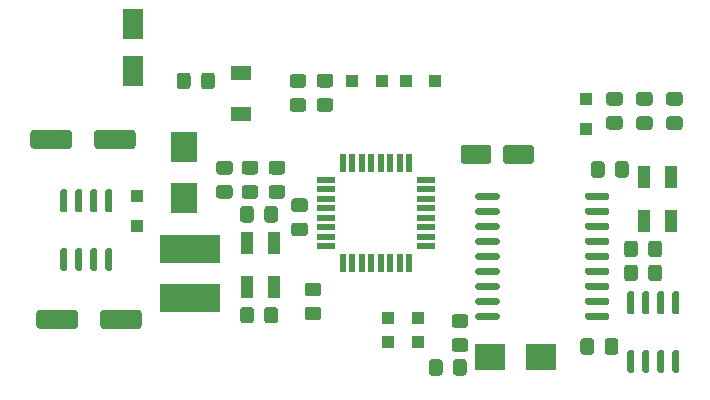
<source format=gbr>
%TF.GenerationSoftware,KiCad,Pcbnew,(5.1.6-0-10_14)*%
%TF.CreationDate,2021-05-10T19:53:14+02:00*%
%TF.ProjectId,CAN_Display,43414e5f-4469-4737-906c-61792e6b6963,rev?*%
%TF.SameCoordinates,Original*%
%TF.FileFunction,Paste,Top*%
%TF.FilePolarity,Positive*%
%FSLAX46Y46*%
G04 Gerber Fmt 4.6, Leading zero omitted, Abs format (unit mm)*
G04 Created by KiCad (PCBNEW (5.1.6-0-10_14)) date 2021-05-10 19:53:14*
%MOMM*%
%LPD*%
G01*
G04 APERTURE LIST*
%ADD10R,2.500000X2.300000*%
%ADD11R,1.800000X2.500000*%
%ADD12R,1.000000X1.000000*%
%ADD13R,1.100000X1.900000*%
%ADD14R,1.700000X1.300000*%
%ADD15R,5.100000X2.350000*%
%ADD16R,2.300000X2.500000*%
%ADD17R,0.550000X1.600000*%
%ADD18R,1.600000X0.550000*%
G04 APERTURE END LIST*
%TO.C,U1*%
G36*
G01*
X167444000Y-105641000D02*
X167444000Y-105941000D01*
G75*
G02*
X167294000Y-106091000I-150000J0D01*
G01*
X165544000Y-106091000D01*
G75*
G02*
X165394000Y-105941000I0J150000D01*
G01*
X165394000Y-105641000D01*
G75*
G02*
X165544000Y-105491000I150000J0D01*
G01*
X167294000Y-105491000D01*
G75*
G02*
X167444000Y-105641000I0J-150000D01*
G01*
G37*
G36*
G01*
X167444000Y-104371000D02*
X167444000Y-104671000D01*
G75*
G02*
X167294000Y-104821000I-150000J0D01*
G01*
X165544000Y-104821000D01*
G75*
G02*
X165394000Y-104671000I0J150000D01*
G01*
X165394000Y-104371000D01*
G75*
G02*
X165544000Y-104221000I150000J0D01*
G01*
X167294000Y-104221000D01*
G75*
G02*
X167444000Y-104371000I0J-150000D01*
G01*
G37*
G36*
G01*
X167444000Y-103101000D02*
X167444000Y-103401000D01*
G75*
G02*
X167294000Y-103551000I-150000J0D01*
G01*
X165544000Y-103551000D01*
G75*
G02*
X165394000Y-103401000I0J150000D01*
G01*
X165394000Y-103101000D01*
G75*
G02*
X165544000Y-102951000I150000J0D01*
G01*
X167294000Y-102951000D01*
G75*
G02*
X167444000Y-103101000I0J-150000D01*
G01*
G37*
G36*
G01*
X167444000Y-101831000D02*
X167444000Y-102131000D01*
G75*
G02*
X167294000Y-102281000I-150000J0D01*
G01*
X165544000Y-102281000D01*
G75*
G02*
X165394000Y-102131000I0J150000D01*
G01*
X165394000Y-101831000D01*
G75*
G02*
X165544000Y-101681000I150000J0D01*
G01*
X167294000Y-101681000D01*
G75*
G02*
X167444000Y-101831000I0J-150000D01*
G01*
G37*
G36*
G01*
X167444000Y-100561000D02*
X167444000Y-100861000D01*
G75*
G02*
X167294000Y-101011000I-150000J0D01*
G01*
X165544000Y-101011000D01*
G75*
G02*
X165394000Y-100861000I0J150000D01*
G01*
X165394000Y-100561000D01*
G75*
G02*
X165544000Y-100411000I150000J0D01*
G01*
X167294000Y-100411000D01*
G75*
G02*
X167444000Y-100561000I0J-150000D01*
G01*
G37*
G36*
G01*
X167444000Y-99291000D02*
X167444000Y-99591000D01*
G75*
G02*
X167294000Y-99741000I-150000J0D01*
G01*
X165544000Y-99741000D01*
G75*
G02*
X165394000Y-99591000I0J150000D01*
G01*
X165394000Y-99291000D01*
G75*
G02*
X165544000Y-99141000I150000J0D01*
G01*
X167294000Y-99141000D01*
G75*
G02*
X167444000Y-99291000I0J-150000D01*
G01*
G37*
G36*
G01*
X167444000Y-98021000D02*
X167444000Y-98321000D01*
G75*
G02*
X167294000Y-98471000I-150000J0D01*
G01*
X165544000Y-98471000D01*
G75*
G02*
X165394000Y-98321000I0J150000D01*
G01*
X165394000Y-98021000D01*
G75*
G02*
X165544000Y-97871000I150000J0D01*
G01*
X167294000Y-97871000D01*
G75*
G02*
X167444000Y-98021000I0J-150000D01*
G01*
G37*
G36*
G01*
X167444000Y-96751000D02*
X167444000Y-97051000D01*
G75*
G02*
X167294000Y-97201000I-150000J0D01*
G01*
X165544000Y-97201000D01*
G75*
G02*
X165394000Y-97051000I0J150000D01*
G01*
X165394000Y-96751000D01*
G75*
G02*
X165544000Y-96601000I150000J0D01*
G01*
X167294000Y-96601000D01*
G75*
G02*
X167444000Y-96751000I0J-150000D01*
G01*
G37*
G36*
G01*
X167444000Y-95481000D02*
X167444000Y-95781000D01*
G75*
G02*
X167294000Y-95931000I-150000J0D01*
G01*
X165544000Y-95931000D01*
G75*
G02*
X165394000Y-95781000I0J150000D01*
G01*
X165394000Y-95481000D01*
G75*
G02*
X165544000Y-95331000I150000J0D01*
G01*
X167294000Y-95331000D01*
G75*
G02*
X167444000Y-95481000I0J-150000D01*
G01*
G37*
G36*
G01*
X176744000Y-95481000D02*
X176744000Y-95781000D01*
G75*
G02*
X176594000Y-95931000I-150000J0D01*
G01*
X174844000Y-95931000D01*
G75*
G02*
X174694000Y-95781000I0J150000D01*
G01*
X174694000Y-95481000D01*
G75*
G02*
X174844000Y-95331000I150000J0D01*
G01*
X176594000Y-95331000D01*
G75*
G02*
X176744000Y-95481000I0J-150000D01*
G01*
G37*
G36*
G01*
X176744000Y-96751000D02*
X176744000Y-97051000D01*
G75*
G02*
X176594000Y-97201000I-150000J0D01*
G01*
X174844000Y-97201000D01*
G75*
G02*
X174694000Y-97051000I0J150000D01*
G01*
X174694000Y-96751000D01*
G75*
G02*
X174844000Y-96601000I150000J0D01*
G01*
X176594000Y-96601000D01*
G75*
G02*
X176744000Y-96751000I0J-150000D01*
G01*
G37*
G36*
G01*
X176744000Y-98021000D02*
X176744000Y-98321000D01*
G75*
G02*
X176594000Y-98471000I-150000J0D01*
G01*
X174844000Y-98471000D01*
G75*
G02*
X174694000Y-98321000I0J150000D01*
G01*
X174694000Y-98021000D01*
G75*
G02*
X174844000Y-97871000I150000J0D01*
G01*
X176594000Y-97871000D01*
G75*
G02*
X176744000Y-98021000I0J-150000D01*
G01*
G37*
G36*
G01*
X176744000Y-99291000D02*
X176744000Y-99591000D01*
G75*
G02*
X176594000Y-99741000I-150000J0D01*
G01*
X174844000Y-99741000D01*
G75*
G02*
X174694000Y-99591000I0J150000D01*
G01*
X174694000Y-99291000D01*
G75*
G02*
X174844000Y-99141000I150000J0D01*
G01*
X176594000Y-99141000D01*
G75*
G02*
X176744000Y-99291000I0J-150000D01*
G01*
G37*
G36*
G01*
X176744000Y-100561000D02*
X176744000Y-100861000D01*
G75*
G02*
X176594000Y-101011000I-150000J0D01*
G01*
X174844000Y-101011000D01*
G75*
G02*
X174694000Y-100861000I0J150000D01*
G01*
X174694000Y-100561000D01*
G75*
G02*
X174844000Y-100411000I150000J0D01*
G01*
X176594000Y-100411000D01*
G75*
G02*
X176744000Y-100561000I0J-150000D01*
G01*
G37*
G36*
G01*
X176744000Y-101831000D02*
X176744000Y-102131000D01*
G75*
G02*
X176594000Y-102281000I-150000J0D01*
G01*
X174844000Y-102281000D01*
G75*
G02*
X174694000Y-102131000I0J150000D01*
G01*
X174694000Y-101831000D01*
G75*
G02*
X174844000Y-101681000I150000J0D01*
G01*
X176594000Y-101681000D01*
G75*
G02*
X176744000Y-101831000I0J-150000D01*
G01*
G37*
G36*
G01*
X176744000Y-103101000D02*
X176744000Y-103401000D01*
G75*
G02*
X176594000Y-103551000I-150000J0D01*
G01*
X174844000Y-103551000D01*
G75*
G02*
X174694000Y-103401000I0J150000D01*
G01*
X174694000Y-103101000D01*
G75*
G02*
X174844000Y-102951000I150000J0D01*
G01*
X176594000Y-102951000D01*
G75*
G02*
X176744000Y-103101000I0J-150000D01*
G01*
G37*
G36*
G01*
X176744000Y-104371000D02*
X176744000Y-104671000D01*
G75*
G02*
X176594000Y-104821000I-150000J0D01*
G01*
X174844000Y-104821000D01*
G75*
G02*
X174694000Y-104671000I0J150000D01*
G01*
X174694000Y-104371000D01*
G75*
G02*
X174844000Y-104221000I150000J0D01*
G01*
X176594000Y-104221000D01*
G75*
G02*
X176744000Y-104371000I0J-150000D01*
G01*
G37*
G36*
G01*
X176744000Y-105641000D02*
X176744000Y-105941000D01*
G75*
G02*
X176594000Y-106091000I-150000J0D01*
G01*
X174844000Y-106091000D01*
G75*
G02*
X174694000Y-105941000I0J150000D01*
G01*
X174694000Y-105641000D01*
G75*
G02*
X174844000Y-105491000I150000J0D01*
G01*
X176594000Y-105491000D01*
G75*
G02*
X176744000Y-105641000I0J-150000D01*
G01*
G37*
%TD*%
D10*
%TO.C,D2*%
X166642000Y-109220000D03*
X170942000Y-109220000D03*
%TD*%
D11*
%TO.C,D8*%
X136398000Y-81026000D03*
X136398000Y-85026000D03*
%TD*%
D12*
%TO.C,D7*%
X160528000Y-107950000D03*
X158028000Y-107950000D03*
%TD*%
%TO.C,D6*%
X160528000Y-105918000D03*
X158028000Y-105918000D03*
%TD*%
%TO.C,D5*%
X154980000Y-85852000D03*
X157480000Y-85852000D03*
%TD*%
%TO.C,D3*%
X159512000Y-85852000D03*
X162012000Y-85852000D03*
%TD*%
%TO.C,D1*%
X174752000Y-89916000D03*
X174752000Y-87416000D03*
%TD*%
%TO.C,D10*%
X136779000Y-95631000D03*
X136779000Y-98131000D03*
%TD*%
D13*
%TO.C,Y2*%
X181991000Y-93980000D03*
X181991000Y-97680000D03*
X179691000Y-97680000D03*
X179691000Y-93980000D03*
%TD*%
%TO.C,Y1*%
X148336000Y-99568000D03*
X148336000Y-103268000D03*
X146036000Y-103268000D03*
X146036000Y-99568000D03*
%TD*%
%TO.C,R7*%
G36*
G01*
X150818001Y-86427000D02*
X149917999Y-86427000D01*
G75*
G02*
X149668000Y-86177001I0J249999D01*
G01*
X149668000Y-85526999D01*
G75*
G02*
X149917999Y-85277000I249999J0D01*
G01*
X150818001Y-85277000D01*
G75*
G02*
X151068000Y-85526999I0J-249999D01*
G01*
X151068000Y-86177001D01*
G75*
G02*
X150818001Y-86427000I-249999J0D01*
G01*
G37*
G36*
G01*
X150818001Y-88477000D02*
X149917999Y-88477000D01*
G75*
G02*
X149668000Y-88227001I0J249999D01*
G01*
X149668000Y-87576999D01*
G75*
G02*
X149917999Y-87327000I249999J0D01*
G01*
X150818001Y-87327000D01*
G75*
G02*
X151068000Y-87576999I0J-249999D01*
G01*
X151068000Y-88227001D01*
G75*
G02*
X150818001Y-88477000I-249999J0D01*
G01*
G37*
%TD*%
%TO.C,R6*%
G36*
G01*
X141273000Y-85401999D02*
X141273000Y-86302001D01*
G75*
G02*
X141023001Y-86552000I-249999J0D01*
G01*
X140372999Y-86552000D01*
G75*
G02*
X140123000Y-86302001I0J249999D01*
G01*
X140123000Y-85401999D01*
G75*
G02*
X140372999Y-85152000I249999J0D01*
G01*
X141023001Y-85152000D01*
G75*
G02*
X141273000Y-85401999I0J-249999D01*
G01*
G37*
G36*
G01*
X143323000Y-85401999D02*
X143323000Y-86302001D01*
G75*
G02*
X143073001Y-86552000I-249999J0D01*
G01*
X142422999Y-86552000D01*
G75*
G02*
X142173000Y-86302001I0J249999D01*
G01*
X142173000Y-85401999D01*
G75*
G02*
X142422999Y-85152000I249999J0D01*
G01*
X143073001Y-85152000D01*
G75*
G02*
X143323000Y-85401999I0J-249999D01*
G01*
G37*
%TD*%
D14*
%TO.C,D4*%
X145542000Y-85146000D03*
X145542000Y-88646000D03*
%TD*%
%TO.C,C11*%
G36*
G01*
X167737000Y-92625000D02*
X167737000Y-91525000D01*
G75*
G02*
X167987000Y-91275000I250000J0D01*
G01*
X170087000Y-91275000D01*
G75*
G02*
X170337000Y-91525000I0J-250000D01*
G01*
X170337000Y-92625000D01*
G75*
G02*
X170087000Y-92875000I-250000J0D01*
G01*
X167987000Y-92875000D01*
G75*
G02*
X167737000Y-92625000I0J250000D01*
G01*
G37*
G36*
G01*
X164137000Y-92625000D02*
X164137000Y-91525000D01*
G75*
G02*
X164387000Y-91275000I250000J0D01*
G01*
X166487000Y-91275000D01*
G75*
G02*
X166737000Y-91525000I0J-250000D01*
G01*
X166737000Y-92625000D01*
G75*
G02*
X166487000Y-92875000I-250000J0D01*
G01*
X164387000Y-92875000D01*
G75*
G02*
X164137000Y-92625000I0J250000D01*
G01*
G37*
%TD*%
%TO.C,C10*%
G36*
G01*
X153104001Y-86409000D02*
X152203999Y-86409000D01*
G75*
G02*
X151954000Y-86159001I0J249999D01*
G01*
X151954000Y-85508999D01*
G75*
G02*
X152203999Y-85259000I249999J0D01*
G01*
X153104001Y-85259000D01*
G75*
G02*
X153354000Y-85508999I0J-249999D01*
G01*
X153354000Y-86159001D01*
G75*
G02*
X153104001Y-86409000I-249999J0D01*
G01*
G37*
G36*
G01*
X153104001Y-88459000D02*
X152203999Y-88459000D01*
G75*
G02*
X151954000Y-88209001I0J249999D01*
G01*
X151954000Y-87558999D01*
G75*
G02*
X152203999Y-87309000I249999J0D01*
G01*
X153104001Y-87309000D01*
G75*
G02*
X153354000Y-87558999I0J-249999D01*
G01*
X153354000Y-88209001D01*
G75*
G02*
X153104001Y-88459000I-249999J0D01*
G01*
G37*
%TD*%
%TO.C,U4*%
G36*
G01*
X134216000Y-99990000D02*
X134516000Y-99990000D01*
G75*
G02*
X134666000Y-100140000I0J-150000D01*
G01*
X134666000Y-101790000D01*
G75*
G02*
X134516000Y-101940000I-150000J0D01*
G01*
X134216000Y-101940000D01*
G75*
G02*
X134066000Y-101790000I0J150000D01*
G01*
X134066000Y-100140000D01*
G75*
G02*
X134216000Y-99990000I150000J0D01*
G01*
G37*
G36*
G01*
X132946000Y-99990000D02*
X133246000Y-99990000D01*
G75*
G02*
X133396000Y-100140000I0J-150000D01*
G01*
X133396000Y-101790000D01*
G75*
G02*
X133246000Y-101940000I-150000J0D01*
G01*
X132946000Y-101940000D01*
G75*
G02*
X132796000Y-101790000I0J150000D01*
G01*
X132796000Y-100140000D01*
G75*
G02*
X132946000Y-99990000I150000J0D01*
G01*
G37*
G36*
G01*
X131676000Y-99990000D02*
X131976000Y-99990000D01*
G75*
G02*
X132126000Y-100140000I0J-150000D01*
G01*
X132126000Y-101790000D01*
G75*
G02*
X131976000Y-101940000I-150000J0D01*
G01*
X131676000Y-101940000D01*
G75*
G02*
X131526000Y-101790000I0J150000D01*
G01*
X131526000Y-100140000D01*
G75*
G02*
X131676000Y-99990000I150000J0D01*
G01*
G37*
G36*
G01*
X130406000Y-99990000D02*
X130706000Y-99990000D01*
G75*
G02*
X130856000Y-100140000I0J-150000D01*
G01*
X130856000Y-101790000D01*
G75*
G02*
X130706000Y-101940000I-150000J0D01*
G01*
X130406000Y-101940000D01*
G75*
G02*
X130256000Y-101790000I0J150000D01*
G01*
X130256000Y-100140000D01*
G75*
G02*
X130406000Y-99990000I150000J0D01*
G01*
G37*
G36*
G01*
X130406000Y-95040000D02*
X130706000Y-95040000D01*
G75*
G02*
X130856000Y-95190000I0J-150000D01*
G01*
X130856000Y-96840000D01*
G75*
G02*
X130706000Y-96990000I-150000J0D01*
G01*
X130406000Y-96990000D01*
G75*
G02*
X130256000Y-96840000I0J150000D01*
G01*
X130256000Y-95190000D01*
G75*
G02*
X130406000Y-95040000I150000J0D01*
G01*
G37*
G36*
G01*
X131676000Y-95040000D02*
X131976000Y-95040000D01*
G75*
G02*
X132126000Y-95190000I0J-150000D01*
G01*
X132126000Y-96840000D01*
G75*
G02*
X131976000Y-96990000I-150000J0D01*
G01*
X131676000Y-96990000D01*
G75*
G02*
X131526000Y-96840000I0J150000D01*
G01*
X131526000Y-95190000D01*
G75*
G02*
X131676000Y-95040000I150000J0D01*
G01*
G37*
G36*
G01*
X132946000Y-95040000D02*
X133246000Y-95040000D01*
G75*
G02*
X133396000Y-95190000I0J-150000D01*
G01*
X133396000Y-96840000D01*
G75*
G02*
X133246000Y-96990000I-150000J0D01*
G01*
X132946000Y-96990000D01*
G75*
G02*
X132796000Y-96840000I0J150000D01*
G01*
X132796000Y-95190000D01*
G75*
G02*
X132946000Y-95040000I150000J0D01*
G01*
G37*
G36*
G01*
X134216000Y-95040000D02*
X134516000Y-95040000D01*
G75*
G02*
X134666000Y-95190000I0J-150000D01*
G01*
X134666000Y-96840000D01*
G75*
G02*
X134516000Y-96990000I-150000J0D01*
G01*
X134216000Y-96990000D01*
G75*
G02*
X134066000Y-96840000I0J150000D01*
G01*
X134066000Y-95190000D01*
G75*
G02*
X134216000Y-95040000I150000J0D01*
G01*
G37*
%TD*%
D15*
%TO.C,L1*%
X141224000Y-104267000D03*
X141224000Y-100117000D03*
%TD*%
D16*
%TO.C,D9*%
X140716000Y-95758000D03*
X140716000Y-91458000D03*
%TD*%
%TO.C,C14*%
G36*
G01*
X131732000Y-105495000D02*
X131732000Y-106595000D01*
G75*
G02*
X131482000Y-106845000I-250000J0D01*
G01*
X128482000Y-106845000D01*
G75*
G02*
X128232000Y-106595000I0J250000D01*
G01*
X128232000Y-105495000D01*
G75*
G02*
X128482000Y-105245000I250000J0D01*
G01*
X131482000Y-105245000D01*
G75*
G02*
X131732000Y-105495000I0J-250000D01*
G01*
G37*
G36*
G01*
X137132000Y-105495000D02*
X137132000Y-106595000D01*
G75*
G02*
X136882000Y-106845000I-250000J0D01*
G01*
X133882000Y-106845000D01*
G75*
G02*
X133632000Y-106595000I0J250000D01*
G01*
X133632000Y-105495000D01*
G75*
G02*
X133882000Y-105245000I250000J0D01*
G01*
X136882000Y-105245000D01*
G75*
G02*
X137132000Y-105495000I0J-250000D01*
G01*
G37*
%TD*%
%TO.C,C13*%
G36*
G01*
X131224000Y-90255000D02*
X131224000Y-91355000D01*
G75*
G02*
X130974000Y-91605000I-250000J0D01*
G01*
X127974000Y-91605000D01*
G75*
G02*
X127724000Y-91355000I0J250000D01*
G01*
X127724000Y-90255000D01*
G75*
G02*
X127974000Y-90005000I250000J0D01*
G01*
X130974000Y-90005000D01*
G75*
G02*
X131224000Y-90255000I0J-250000D01*
G01*
G37*
G36*
G01*
X136624000Y-90255000D02*
X136624000Y-91355000D01*
G75*
G02*
X136374000Y-91605000I-250000J0D01*
G01*
X133374000Y-91605000D01*
G75*
G02*
X133124000Y-91355000I0J250000D01*
G01*
X133124000Y-90255000D01*
G75*
G02*
X133374000Y-90005000I250000J0D01*
G01*
X136374000Y-90005000D01*
G75*
G02*
X136624000Y-90255000I0J-250000D01*
G01*
G37*
%TD*%
%TO.C,C4*%
G36*
G01*
X176714999Y-88833000D02*
X177615001Y-88833000D01*
G75*
G02*
X177865000Y-89082999I0J-249999D01*
G01*
X177865000Y-89733001D01*
G75*
G02*
X177615001Y-89983000I-249999J0D01*
G01*
X176714999Y-89983000D01*
G75*
G02*
X176465000Y-89733001I0J249999D01*
G01*
X176465000Y-89082999D01*
G75*
G02*
X176714999Y-88833000I249999J0D01*
G01*
G37*
G36*
G01*
X176714999Y-86783000D02*
X177615001Y-86783000D01*
G75*
G02*
X177865000Y-87032999I0J-249999D01*
G01*
X177865000Y-87683001D01*
G75*
G02*
X177615001Y-87933000I-249999J0D01*
G01*
X176714999Y-87933000D01*
G75*
G02*
X176465000Y-87683001I0J249999D01*
G01*
X176465000Y-87032999D01*
G75*
G02*
X176714999Y-86783000I249999J0D01*
G01*
G37*
%TD*%
%TO.C,R5*%
G36*
G01*
X143694999Y-94675000D02*
X144595001Y-94675000D01*
G75*
G02*
X144845000Y-94924999I0J-249999D01*
G01*
X144845000Y-95575001D01*
G75*
G02*
X144595001Y-95825000I-249999J0D01*
G01*
X143694999Y-95825000D01*
G75*
G02*
X143445000Y-95575001I0J249999D01*
G01*
X143445000Y-94924999D01*
G75*
G02*
X143694999Y-94675000I249999J0D01*
G01*
G37*
G36*
G01*
X143694999Y-92625000D02*
X144595001Y-92625000D01*
G75*
G02*
X144845000Y-92874999I0J-249999D01*
G01*
X144845000Y-93525001D01*
G75*
G02*
X144595001Y-93775000I-249999J0D01*
G01*
X143694999Y-93775000D01*
G75*
G02*
X143445000Y-93525001I0J249999D01*
G01*
X143445000Y-92874999D01*
G75*
G02*
X143694999Y-92625000I249999J0D01*
G01*
G37*
%TD*%
%TO.C,R4*%
G36*
G01*
X148139999Y-94675000D02*
X149040001Y-94675000D01*
G75*
G02*
X149290000Y-94924999I0J-249999D01*
G01*
X149290000Y-95575001D01*
G75*
G02*
X149040001Y-95825000I-249999J0D01*
G01*
X148139999Y-95825000D01*
G75*
G02*
X147890000Y-95575001I0J249999D01*
G01*
X147890000Y-94924999D01*
G75*
G02*
X148139999Y-94675000I249999J0D01*
G01*
G37*
G36*
G01*
X148139999Y-92625000D02*
X149040001Y-92625000D01*
G75*
G02*
X149290000Y-92874999I0J-249999D01*
G01*
X149290000Y-93525001D01*
G75*
G02*
X149040001Y-93775000I-249999J0D01*
G01*
X148139999Y-93775000D01*
G75*
G02*
X147890000Y-93525001I0J249999D01*
G01*
X147890000Y-92874999D01*
G75*
G02*
X148139999Y-92625000I249999J0D01*
G01*
G37*
%TD*%
%TO.C,C9*%
G36*
G01*
X146754001Y-93775000D02*
X145853999Y-93775000D01*
G75*
G02*
X145604000Y-93525001I0J249999D01*
G01*
X145604000Y-92874999D01*
G75*
G02*
X145853999Y-92625000I249999J0D01*
G01*
X146754001Y-92625000D01*
G75*
G02*
X147004000Y-92874999I0J-249999D01*
G01*
X147004000Y-93525001D01*
G75*
G02*
X146754001Y-93775000I-249999J0D01*
G01*
G37*
G36*
G01*
X146754001Y-95825000D02*
X145853999Y-95825000D01*
G75*
G02*
X145604000Y-95575001I0J249999D01*
G01*
X145604000Y-94924999D01*
G75*
G02*
X145853999Y-94675000I249999J0D01*
G01*
X146754001Y-94675000D01*
G75*
G02*
X147004000Y-94924999I0J-249999D01*
G01*
X147004000Y-95575001D01*
G75*
G02*
X146754001Y-95825000I-249999J0D01*
G01*
G37*
%TD*%
%TO.C,U2*%
G36*
G01*
X182222000Y-108623000D02*
X182522000Y-108623000D01*
G75*
G02*
X182672000Y-108773000I0J-150000D01*
G01*
X182672000Y-110423000D01*
G75*
G02*
X182522000Y-110573000I-150000J0D01*
G01*
X182222000Y-110573000D01*
G75*
G02*
X182072000Y-110423000I0J150000D01*
G01*
X182072000Y-108773000D01*
G75*
G02*
X182222000Y-108623000I150000J0D01*
G01*
G37*
G36*
G01*
X180952000Y-108623000D02*
X181252000Y-108623000D01*
G75*
G02*
X181402000Y-108773000I0J-150000D01*
G01*
X181402000Y-110423000D01*
G75*
G02*
X181252000Y-110573000I-150000J0D01*
G01*
X180952000Y-110573000D01*
G75*
G02*
X180802000Y-110423000I0J150000D01*
G01*
X180802000Y-108773000D01*
G75*
G02*
X180952000Y-108623000I150000J0D01*
G01*
G37*
G36*
G01*
X179682000Y-108623000D02*
X179982000Y-108623000D01*
G75*
G02*
X180132000Y-108773000I0J-150000D01*
G01*
X180132000Y-110423000D01*
G75*
G02*
X179982000Y-110573000I-150000J0D01*
G01*
X179682000Y-110573000D01*
G75*
G02*
X179532000Y-110423000I0J150000D01*
G01*
X179532000Y-108773000D01*
G75*
G02*
X179682000Y-108623000I150000J0D01*
G01*
G37*
G36*
G01*
X178412000Y-108623000D02*
X178712000Y-108623000D01*
G75*
G02*
X178862000Y-108773000I0J-150000D01*
G01*
X178862000Y-110423000D01*
G75*
G02*
X178712000Y-110573000I-150000J0D01*
G01*
X178412000Y-110573000D01*
G75*
G02*
X178262000Y-110423000I0J150000D01*
G01*
X178262000Y-108773000D01*
G75*
G02*
X178412000Y-108623000I150000J0D01*
G01*
G37*
G36*
G01*
X178412000Y-103673000D02*
X178712000Y-103673000D01*
G75*
G02*
X178862000Y-103823000I0J-150000D01*
G01*
X178862000Y-105473000D01*
G75*
G02*
X178712000Y-105623000I-150000J0D01*
G01*
X178412000Y-105623000D01*
G75*
G02*
X178262000Y-105473000I0J150000D01*
G01*
X178262000Y-103823000D01*
G75*
G02*
X178412000Y-103673000I150000J0D01*
G01*
G37*
G36*
G01*
X179682000Y-103673000D02*
X179982000Y-103673000D01*
G75*
G02*
X180132000Y-103823000I0J-150000D01*
G01*
X180132000Y-105473000D01*
G75*
G02*
X179982000Y-105623000I-150000J0D01*
G01*
X179682000Y-105623000D01*
G75*
G02*
X179532000Y-105473000I0J150000D01*
G01*
X179532000Y-103823000D01*
G75*
G02*
X179682000Y-103673000I150000J0D01*
G01*
G37*
G36*
G01*
X180952000Y-103673000D02*
X181252000Y-103673000D01*
G75*
G02*
X181402000Y-103823000I0J-150000D01*
G01*
X181402000Y-105473000D01*
G75*
G02*
X181252000Y-105623000I-150000J0D01*
G01*
X180952000Y-105623000D01*
G75*
G02*
X180802000Y-105473000I0J150000D01*
G01*
X180802000Y-103823000D01*
G75*
G02*
X180952000Y-103673000I150000J0D01*
G01*
G37*
G36*
G01*
X182222000Y-103673000D02*
X182522000Y-103673000D01*
G75*
G02*
X182672000Y-103823000I0J-150000D01*
G01*
X182672000Y-105473000D01*
G75*
G02*
X182522000Y-105623000I-150000J0D01*
G01*
X182222000Y-105623000D01*
G75*
G02*
X182072000Y-105473000I0J150000D01*
G01*
X182072000Y-103823000D01*
G75*
G02*
X182222000Y-103673000I150000J0D01*
G01*
G37*
%TD*%
%TO.C,R3*%
G36*
G01*
X162609000Y-109658999D02*
X162609000Y-110559001D01*
G75*
G02*
X162359001Y-110809000I-249999J0D01*
G01*
X161708999Y-110809000D01*
G75*
G02*
X161459000Y-110559001I0J249999D01*
G01*
X161459000Y-109658999D01*
G75*
G02*
X161708999Y-109409000I249999J0D01*
G01*
X162359001Y-109409000D01*
G75*
G02*
X162609000Y-109658999I0J-249999D01*
G01*
G37*
G36*
G01*
X164659000Y-109658999D02*
X164659000Y-110559001D01*
G75*
G02*
X164409001Y-110809000I-249999J0D01*
G01*
X163758999Y-110809000D01*
G75*
G02*
X163509000Y-110559001I0J249999D01*
G01*
X163509000Y-109658999D01*
G75*
G02*
X163758999Y-109409000I249999J0D01*
G01*
X164409001Y-109409000D01*
G75*
G02*
X164659000Y-109658999I0J-249999D01*
G01*
G37*
%TD*%
%TO.C,R8*%
G36*
G01*
X151187999Y-104980000D02*
X152088001Y-104980000D01*
G75*
G02*
X152338000Y-105229999I0J-249999D01*
G01*
X152338000Y-105880001D01*
G75*
G02*
X152088001Y-106130000I-249999J0D01*
G01*
X151187999Y-106130000D01*
G75*
G02*
X150938000Y-105880001I0J249999D01*
G01*
X150938000Y-105229999D01*
G75*
G02*
X151187999Y-104980000I249999J0D01*
G01*
G37*
G36*
G01*
X151187999Y-102930000D02*
X152088001Y-102930000D01*
G75*
G02*
X152338000Y-103179999I0J-249999D01*
G01*
X152338000Y-103830001D01*
G75*
G02*
X152088001Y-104080000I-249999J0D01*
G01*
X151187999Y-104080000D01*
G75*
G02*
X150938000Y-103830001I0J249999D01*
G01*
X150938000Y-103179999D01*
G75*
G02*
X151187999Y-102930000I249999J0D01*
G01*
G37*
%TD*%
D17*
%TO.C,U3*%
X154172000Y-92778000D03*
X154972000Y-92778000D03*
X155772000Y-92778000D03*
X156572000Y-92778000D03*
X157372000Y-92778000D03*
X158172000Y-92778000D03*
X158972000Y-92778000D03*
X159772000Y-92778000D03*
D18*
X161222000Y-94228000D03*
X161222000Y-95028000D03*
X161222000Y-95828000D03*
X161222000Y-96628000D03*
X161222000Y-97428000D03*
X161222000Y-98228000D03*
X161222000Y-99028000D03*
X161222000Y-99828000D03*
D17*
X159772000Y-101278000D03*
X158972000Y-101278000D03*
X158172000Y-101278000D03*
X157372000Y-101278000D03*
X156572000Y-101278000D03*
X155772000Y-101278000D03*
X154972000Y-101278000D03*
X154172000Y-101278000D03*
D18*
X152722000Y-99828000D03*
X152722000Y-99028000D03*
X152722000Y-98228000D03*
X152722000Y-97428000D03*
X152722000Y-96628000D03*
X152722000Y-95828000D03*
X152722000Y-95028000D03*
X152722000Y-94228000D03*
%TD*%
%TO.C,C5*%
G36*
G01*
X176336000Y-108781001D02*
X176336000Y-107880999D01*
G75*
G02*
X176585999Y-107631000I249999J0D01*
G01*
X177236001Y-107631000D01*
G75*
G02*
X177486000Y-107880999I0J-249999D01*
G01*
X177486000Y-108781001D01*
G75*
G02*
X177236001Y-109031000I-249999J0D01*
G01*
X176585999Y-109031000D01*
G75*
G02*
X176336000Y-108781001I0J249999D01*
G01*
G37*
G36*
G01*
X174286000Y-108781001D02*
X174286000Y-107880999D01*
G75*
G02*
X174535999Y-107631000I249999J0D01*
G01*
X175186001Y-107631000D01*
G75*
G02*
X175436000Y-107880999I0J-249999D01*
G01*
X175436000Y-108781001D01*
G75*
G02*
X175186001Y-109031000I-249999J0D01*
G01*
X174535999Y-109031000D01*
G75*
G02*
X174286000Y-108781001I0J249999D01*
G01*
G37*
%TD*%
%TO.C,C1*%
G36*
G01*
X164534001Y-106747000D02*
X163633999Y-106747000D01*
G75*
G02*
X163384000Y-106497001I0J249999D01*
G01*
X163384000Y-105846999D01*
G75*
G02*
X163633999Y-105597000I249999J0D01*
G01*
X164534001Y-105597000D01*
G75*
G02*
X164784000Y-105846999I0J-249999D01*
G01*
X164784000Y-106497001D01*
G75*
G02*
X164534001Y-106747000I-249999J0D01*
G01*
G37*
G36*
G01*
X164534001Y-108797000D02*
X163633999Y-108797000D01*
G75*
G02*
X163384000Y-108547001I0J249999D01*
G01*
X163384000Y-107896999D01*
G75*
G02*
X163633999Y-107647000I249999J0D01*
G01*
X164534001Y-107647000D01*
G75*
G02*
X164784000Y-107896999I0J-249999D01*
G01*
X164784000Y-108547001D01*
G75*
G02*
X164534001Y-108797000I-249999J0D01*
G01*
G37*
%TD*%
%TO.C,C6*%
G36*
G01*
X150945001Y-96950000D02*
X150044999Y-96950000D01*
G75*
G02*
X149795000Y-96700001I0J249999D01*
G01*
X149795000Y-96049999D01*
G75*
G02*
X150044999Y-95800000I249999J0D01*
G01*
X150945001Y-95800000D01*
G75*
G02*
X151195000Y-96049999I0J-249999D01*
G01*
X151195000Y-96700001D01*
G75*
G02*
X150945001Y-96950000I-249999J0D01*
G01*
G37*
G36*
G01*
X150945001Y-99000000D02*
X150044999Y-99000000D01*
G75*
G02*
X149795000Y-98750001I0J249999D01*
G01*
X149795000Y-98099999D01*
G75*
G02*
X150044999Y-97850000I249999J0D01*
G01*
X150945001Y-97850000D01*
G75*
G02*
X151195000Y-98099999I0J-249999D01*
G01*
X151195000Y-98750001D01*
G75*
G02*
X150945001Y-99000000I-249999J0D01*
G01*
G37*
%TD*%
%TO.C,C12*%
G36*
G01*
X181794999Y-88851000D02*
X182695001Y-88851000D01*
G75*
G02*
X182945000Y-89100999I0J-249999D01*
G01*
X182945000Y-89751001D01*
G75*
G02*
X182695001Y-90001000I-249999J0D01*
G01*
X181794999Y-90001000D01*
G75*
G02*
X181545000Y-89751001I0J249999D01*
G01*
X181545000Y-89100999D01*
G75*
G02*
X181794999Y-88851000I249999J0D01*
G01*
G37*
G36*
G01*
X181794999Y-86801000D02*
X182695001Y-86801000D01*
G75*
G02*
X182945000Y-87050999I0J-249999D01*
G01*
X182945000Y-87701001D01*
G75*
G02*
X182695001Y-87951000I-249999J0D01*
G01*
X181794999Y-87951000D01*
G75*
G02*
X181545000Y-87701001I0J249999D01*
G01*
X181545000Y-87050999D01*
G75*
G02*
X181794999Y-86801000I249999J0D01*
G01*
G37*
%TD*%
%TO.C,R2*%
G36*
G01*
X179137000Y-101657999D02*
X179137000Y-102558001D01*
G75*
G02*
X178887001Y-102808000I-249999J0D01*
G01*
X178236999Y-102808000D01*
G75*
G02*
X177987000Y-102558001I0J249999D01*
G01*
X177987000Y-101657999D01*
G75*
G02*
X178236999Y-101408000I249999J0D01*
G01*
X178887001Y-101408000D01*
G75*
G02*
X179137000Y-101657999I0J-249999D01*
G01*
G37*
G36*
G01*
X181187000Y-101657999D02*
X181187000Y-102558001D01*
G75*
G02*
X180937001Y-102808000I-249999J0D01*
G01*
X180286999Y-102808000D01*
G75*
G02*
X180037000Y-102558001I0J249999D01*
G01*
X180037000Y-101657999D01*
G75*
G02*
X180286999Y-101408000I249999J0D01*
G01*
X180937001Y-101408000D01*
G75*
G02*
X181187000Y-101657999I0J-249999D01*
G01*
G37*
%TD*%
%TO.C,R1*%
G36*
G01*
X179254999Y-88851000D02*
X180155001Y-88851000D01*
G75*
G02*
X180405000Y-89100999I0J-249999D01*
G01*
X180405000Y-89751001D01*
G75*
G02*
X180155001Y-90001000I-249999J0D01*
G01*
X179254999Y-90001000D01*
G75*
G02*
X179005000Y-89751001I0J249999D01*
G01*
X179005000Y-89100999D01*
G75*
G02*
X179254999Y-88851000I249999J0D01*
G01*
G37*
G36*
G01*
X179254999Y-86801000D02*
X180155001Y-86801000D01*
G75*
G02*
X180405000Y-87050999I0J-249999D01*
G01*
X180405000Y-87701001D01*
G75*
G02*
X180155001Y-87951000I-249999J0D01*
G01*
X179254999Y-87951000D01*
G75*
G02*
X179005000Y-87701001I0J249999D01*
G01*
X179005000Y-87050999D01*
G75*
G02*
X179254999Y-86801000I249999J0D01*
G01*
G37*
%TD*%
%TO.C,C8*%
G36*
G01*
X179137000Y-99625999D02*
X179137000Y-100526001D01*
G75*
G02*
X178887001Y-100776000I-249999J0D01*
G01*
X178236999Y-100776000D01*
G75*
G02*
X177987000Y-100526001I0J249999D01*
G01*
X177987000Y-99625999D01*
G75*
G02*
X178236999Y-99376000I249999J0D01*
G01*
X178887001Y-99376000D01*
G75*
G02*
X179137000Y-99625999I0J-249999D01*
G01*
G37*
G36*
G01*
X181187000Y-99625999D02*
X181187000Y-100526001D01*
G75*
G02*
X180937001Y-100776000I-249999J0D01*
G01*
X180286999Y-100776000D01*
G75*
G02*
X180037000Y-100526001I0J249999D01*
G01*
X180037000Y-99625999D01*
G75*
G02*
X180286999Y-99376000I249999J0D01*
G01*
X180937001Y-99376000D01*
G75*
G02*
X181187000Y-99625999I0J-249999D01*
G01*
G37*
%TD*%
%TO.C,C7*%
G36*
G01*
X176325000Y-92894999D02*
X176325000Y-93795001D01*
G75*
G02*
X176075001Y-94045000I-249999J0D01*
G01*
X175424999Y-94045000D01*
G75*
G02*
X175175000Y-93795001I0J249999D01*
G01*
X175175000Y-92894999D01*
G75*
G02*
X175424999Y-92645000I249999J0D01*
G01*
X176075001Y-92645000D01*
G75*
G02*
X176325000Y-92894999I0J-249999D01*
G01*
G37*
G36*
G01*
X178375000Y-92894999D02*
X178375000Y-93795001D01*
G75*
G02*
X178125001Y-94045000I-249999J0D01*
G01*
X177474999Y-94045000D01*
G75*
G02*
X177225000Y-93795001I0J249999D01*
G01*
X177225000Y-92894999D01*
G75*
G02*
X177474999Y-92645000I249999J0D01*
G01*
X178125001Y-92645000D01*
G75*
G02*
X178375000Y-92894999I0J-249999D01*
G01*
G37*
%TD*%
%TO.C,C3*%
G36*
G01*
X147525000Y-106132001D02*
X147525000Y-105231999D01*
G75*
G02*
X147774999Y-104982000I249999J0D01*
G01*
X148425001Y-104982000D01*
G75*
G02*
X148675000Y-105231999I0J-249999D01*
G01*
X148675000Y-106132001D01*
G75*
G02*
X148425001Y-106382000I-249999J0D01*
G01*
X147774999Y-106382000D01*
G75*
G02*
X147525000Y-106132001I0J249999D01*
G01*
G37*
G36*
G01*
X145475000Y-106132001D02*
X145475000Y-105231999D01*
G75*
G02*
X145724999Y-104982000I249999J0D01*
G01*
X146375001Y-104982000D01*
G75*
G02*
X146625000Y-105231999I0J-249999D01*
G01*
X146625000Y-106132001D01*
G75*
G02*
X146375001Y-106382000I-249999J0D01*
G01*
X145724999Y-106382000D01*
G75*
G02*
X145475000Y-106132001I0J249999D01*
G01*
G37*
%TD*%
%TO.C,C2*%
G36*
G01*
X146625000Y-96704999D02*
X146625000Y-97605001D01*
G75*
G02*
X146375001Y-97855000I-249999J0D01*
G01*
X145724999Y-97855000D01*
G75*
G02*
X145475000Y-97605001I0J249999D01*
G01*
X145475000Y-96704999D01*
G75*
G02*
X145724999Y-96455000I249999J0D01*
G01*
X146375001Y-96455000D01*
G75*
G02*
X146625000Y-96704999I0J-249999D01*
G01*
G37*
G36*
G01*
X148675000Y-96704999D02*
X148675000Y-97605001D01*
G75*
G02*
X148425001Y-97855000I-249999J0D01*
G01*
X147774999Y-97855000D01*
G75*
G02*
X147525000Y-97605001I0J249999D01*
G01*
X147525000Y-96704999D01*
G75*
G02*
X147774999Y-96455000I249999J0D01*
G01*
X148425001Y-96455000D01*
G75*
G02*
X148675000Y-96704999I0J-249999D01*
G01*
G37*
%TD*%
M02*

</source>
